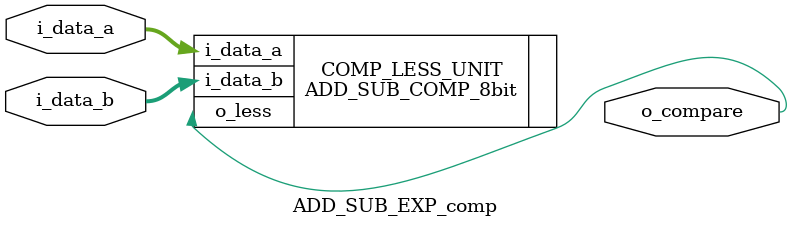
<source format=sv>
module ADD_SUB_EXP_comp #(
    parameter SIZE_DATA = 8
)(
    input logic [SIZE_DATA-1:0]     i_data_a        ,
    input logic [SIZE_DATA-1:0]     i_data_b        ,
    output logic                    o_compare           // a < b
);

ADD_SUB_COMP_8bit #(
    .SIZE_DATA      (SIZE_DATA)
) COMP_LESS_UNIT (
    .i_data_a       (i_data_a),
    .i_data_b       (i_data_b),
    .o_less         (o_compare)
);

endmodule

</source>
